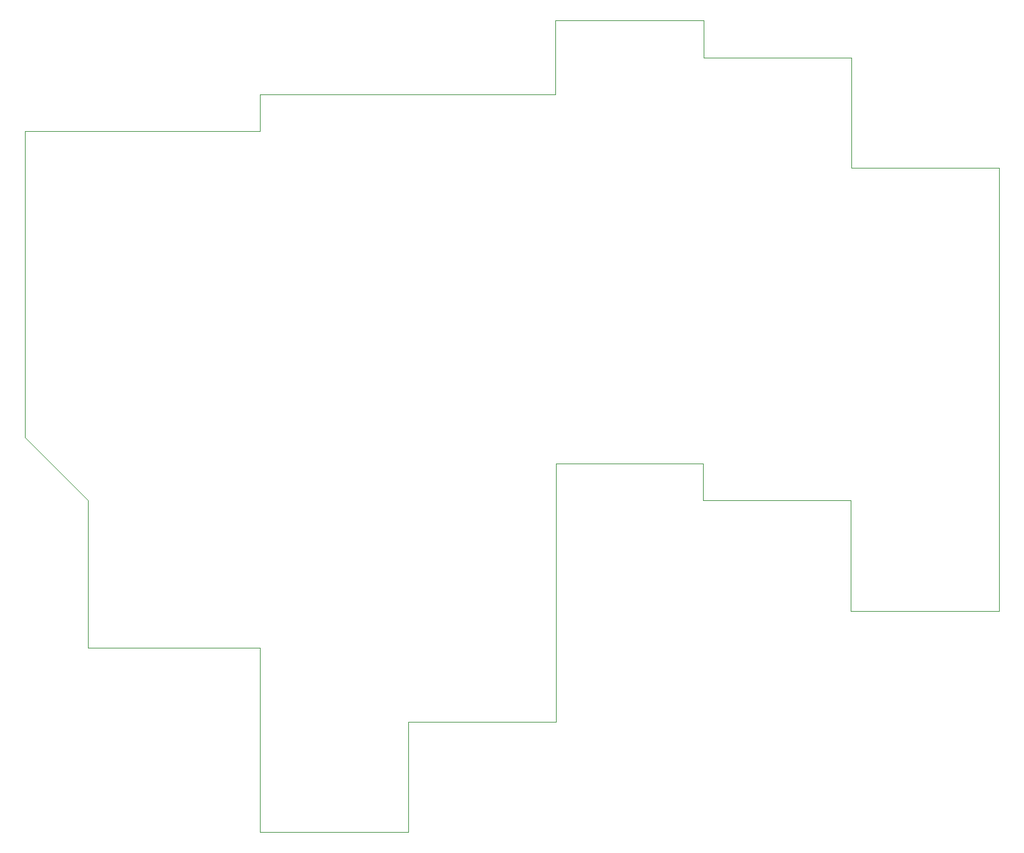
<source format=gbr>
%TF.GenerationSoftware,KiCad,Pcbnew,5.1.10*%
%TF.CreationDate,2021-06-14T18:04:53+02:00*%
%TF.ProjectId,scattered-bat-pcb,73636174-7465-4726-9564-2d6261742d70,rev?*%
%TF.SameCoordinates,Original*%
%TF.FileFunction,Profile,NP*%
%FSLAX46Y46*%
G04 Gerber Fmt 4.6, Leading zero omitted, Abs format (unit mm)*
G04 Created by KiCad (PCBNEW 5.1.10) date 2021-06-14 18:04:53*
%MOMM*%
%LPD*%
G01*
G04 APERTURE LIST*
%TA.AperFunction,Profile*%
%ADD10C,0.100000*%
%TD*%
G04 APERTURE END LIST*
D10*
X48750000Y-100130000D02*
X48750000Y-119203900D01*
X40620000Y-92000000D02*
X48750000Y-100130000D01*
X51945000Y-119203900D02*
X48750000Y-119203900D01*
X40620000Y-52500000D02*
X70993475Y-52479400D01*
X40620000Y-53770000D02*
X40620000Y-92000000D01*
X40620000Y-53770000D02*
X40620000Y-52500000D01*
X166295000Y-66766900D02*
X166295000Y-114441970D01*
X70993866Y-119203900D02*
X51945000Y-119203900D01*
X70995000Y-143016360D02*
X70993866Y-119203900D01*
X90094174Y-143016360D02*
X70995000Y-143016360D01*
X90095174Y-128728900D02*
X90094174Y-143016360D01*
X109144000Y-128728900D02*
X90095174Y-128728900D01*
X109145558Y-95391200D02*
X109144000Y-128728900D01*
X128143475Y-95391200D02*
X109145558Y-95391200D01*
X128144475Y-100153700D02*
X128143475Y-95391200D01*
X147193825Y-100153700D02*
X128144475Y-100153700D01*
X147194825Y-114441400D02*
X147193825Y-100153700D01*
X166294000Y-114441970D02*
X147194825Y-114441400D01*
X166295000Y-57241900D02*
X166295000Y-66766900D01*
X147245000Y-57241900D02*
X166295000Y-57241900D01*
X147245000Y-42954400D02*
X147245000Y-57241900D01*
X128195000Y-42954400D02*
X147245000Y-42954400D01*
X128195000Y-38192000D02*
X128195000Y-42954400D01*
X109094747Y-38192000D02*
X128195000Y-38192000D01*
X109093441Y-47716901D02*
X109094747Y-38192000D01*
X70994475Y-47716901D02*
X109093441Y-47716901D01*
X70994475Y-47716901D02*
X70993475Y-52479400D01*
M02*

</source>
